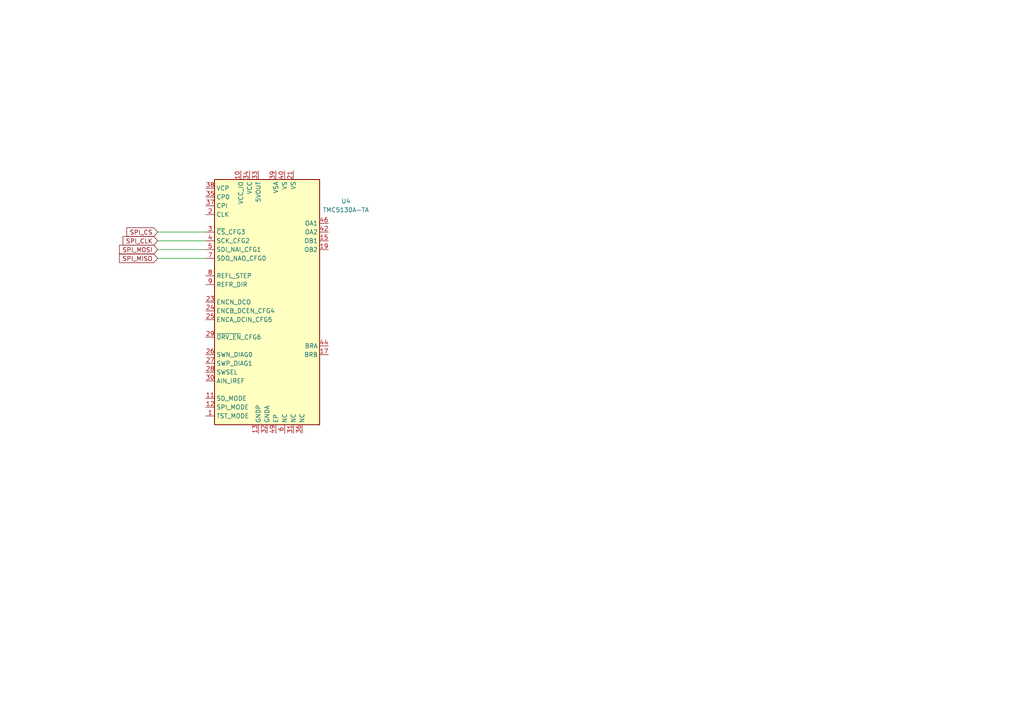
<source format=kicad_sch>
(kicad_sch (version 20250114) (generator "eeschema") (generator_version "9.0")
  (paper "A4")
  (lib_symbols
    (symbol "Driver_Motor:TMC5130A-TA"
      (property "Reference" "U" (at -11.43 38.1 0))
      (property "Value" "TMC5130A-TA" (at 11.43 38.1 0))
      (symbol "TMC5130A-TA_0_1"
        (rectangle (start -15.24 35.56) (end 15.24 -35.56) (stroke (width 0.254)) (fill (type background)))
      )
      (symbol "TMC5130A-TA_1_1"
        (pin passive line (at -17.78 33.02 0) (length 2.54) (name "VCP") (number "38"))
        (pin passive line (at -17.78 30.48 0) (length 2.54) (name "CP0") (number "35"))
        (pin passive line (at -17.78 27.94 0) (length 2.54) (name "CPI") (number "37"))
        (pin input line (at -17.78 25.4 0) (length 2.54) (name "CLK") (number "2"))
        (pin input line (at -17.78 20.32 0) (length 2.54) (name "~{CS}_CFG3") (number "3"))
        (pin input line (at -17.78 17.78 0) (length 2.54) (name "SCK_CFG2") (number "4"))
        (pin input line (at -17.78 15.24 0) (length 2.54) (name "SDI_NAI_CFG1") (number "5"))
        (pin bidirectional line (at -17.78 12.7 0) (length 2.54) (name "SDO_NAO_CFG0") (number "7"))
        (pin input line (at -17.78 7.62 0) (length 2.54) (name "REFL_STEP") (number "8"))
        (pin input line (at -17.78 5.08 0) (length 2.54) (name "REFR_DIR") (number "9"))
        (pin bidirectional line (at -17.78 0 0) (length 2.54) (name "ENCN_DCO") (number "23"))
        (pin input line (at -17.78 -2.54 0) (length 2.54) (name "ENCB_DCEN_CFG4") (number "24"))
        (pin input line (at -17.78 -5.08 0) (length 2.54) (name "ENCA_DCIN_CFG5") (number "25"))
        (pin input line (at -17.78 -10.16 0) (length 2.54) (name "~{DRV_EN}_CFG6") (number "29"))
        (pin bidirectional line (at -17.78 -15.24 0) (length 2.54) (name "SWN_DIAG0") (number "26"))
        (pin bidirectional line (at -17.78 -17.78 0) (length 2.54) (name "SWP_DIAG1") (number "27"))
        (pin input line (at -17.78 -20.32 0) (length 2.54) (name "SWSEL") (number "28"))
        (pin input line (at -17.78 -22.86 0) (length 2.54) (name "AIN_IREF") (number "30"))
        (pin input line (at -17.78 -27.94 0) (length 2.54) (name "SD_MODE") (number "11"))
        (pin input line (at -17.78 -30.48 0) (length 2.54) (name "SPI_MODE") (number "12"))
        (pin input line (at -17.78 -33.02 0) (length 2.54) (name "TST_MODE") (number "1"))
        (pin power_in line (at -7.62 38.1 270) (length 2.54) (name "VCC_IO") (number "10"))
        (pin power_in line (at -5.08 38.1 270) (length 2.54) (name "VCC") (number "34"))
        (pin power_out line (at -2.54 38.1 270) (length 2.54) (name "5VOUT") (number "33"))
        (pin power_in line (at -2.54 -38.1 90) (length 2.54) (name "GNDP") (number "13"))
        (pin passive line (at -2.54 -38.1 90) (length 2.54) (hide yes) (name "GNDP") (number "48"))
        (pin power_in line (at 0 -38.1 90) (length 2.54) (name "GNDA") (number "32"))
        (pin power_in line (at 2.54 38.1 270) (length 2.54) (name "VSA") (number "39"))
        (pin power_in line (at 2.54 -38.1 90) (length 2.54) (name "EP") (number "49"))
        (pin power_in line (at 5.08 38.1 270) (length 2.54) (name "VS") (number "40"))
        (pin passive line (at 5.08 -38.1 90) (length 2.54) (name "NC") (number "6"))
        (pin power_in line (at 7.62 38.1 270) (length 2.54) (name "VS") (number "21"))
        (pin passive line (at 7.62 -38.1 90) (length 2.54) (name "NC") (number "31"))
        (pin passive line (at 10.16 -38.1 90) (length 2.54) (name "NC") (number "36"))
        (pin no_connect line (at 15.24 33.02 180) (length 2.54) (hide yes) (name "DNC") (number "41"))
        (pin no_connect line (at 15.24 30.48 180) (length 2.54) (hide yes) (name "DNC") (number "43"))
        (pin no_connect line (at 15.24 27.94 180) (length 2.54) (hide yes) (name "DNC") (number "45"))
        (pin no_connect line (at 15.24 25.4 180) (length 2.54) (hide yes) (name "DNC") (number "47"))
        (pin no_connect line (at 15.24 12.7 180) (length 2.54) (hide yes) (name "DNC") (number "14"))
        (pin no_connect line (at 15.24 10.16 180) (length 2.54) (hide yes) (name "DNC") (number "16"))
        (pin no_connect line (at 15.24 7.62 180) (length 2.54) (hide yes) (name "DNC") (number "18"))
        (pin no_connect line (at 15.24 5.08 180) (length 2.54) (hide yes) (name "DNC") (number "20"))
        (pin no_connect line (at 15.24 2.54 180) (length 2.54) (hide yes) (name "DNC") (number "22"))
        (pin output line (at 17.78 22.86 180) (length 2.54) (name "OA1") (number "46"))
        (pin output line (at 17.78 20.32 180) (length 2.54) (name "OA2") (number "42"))
        (pin output line (at 17.78 17.78 180) (length 2.54) (name "OB1") (number "15"))
        (pin output line (at 17.78 15.24 180) (length 2.54) (name "OB2") (number "19"))
        (pin passive line (at 17.78 -12.7 180) (length 2.54) (name "BRA") (number "44"))
        (pin passive line (at 17.78 -15.24 180) (length 2.54) (name "BRB") (number "17"))
      )
    )
  )
  (wire (pts (xy 45.72 74.93) (xy 59.69 74.93)))
  (wire (pts (xy 45.72 67.31) (xy 59.69 67.31)))
  (wire (pts (xy 45.72 69.85) (xy 59.69 69.85)))
  (wire (pts (xy 45.72 72.39) (xy 59.69 72.39)))
  (global_label "SPI_CLK" (shape input) (at 45.72 69.85 180) (property "Intersheetrefs" "${INTERSHEET_REFS}" (effects (hide yes))))
  (global_label "SPI_CS" (shape input) (at 45.72 67.31 180) (property "Intersheetrefs" "${INTERSHEET_REFS}" (effects (hide yes))))
  (global_label "SPI_MOSI" (shape input) (at 45.72 72.39 180) (property "Intersheetrefs" "${INTERSHEET_REFS}" (effects (hide yes))))
  (global_label "SPI_MISO" (shape input) (at 45.72 74.93 180) (property "Intersheetrefs" "${INTERSHEET_REFS}" (effects (hide yes))))
  (symbol (lib_id "Driver_Motor:TMC5130A-TA") (at 77.47 87.63 0) (unit 1)
    (property "Reference" "U2" (at 100.33 58.3498 0))
    (property "Value" "TMC5130A-TA" (at 100.33 60.8898 0))
    (property "Footprint" "Package_QFP:TQFP-48-1EP_7x7mm_P0.5mm_EP5x5mm_ThermalVias" (effects (hide yes)))
    (property "Datasheet" "https://www.trinamic.com/fileadmin/assets/Products/ICs_Documents/TMC5130_datasheet_Rev1.17.pdf" (effects (hide yes)))
    (property "Description" "Power Driver For Stepper Motors, 2.0A, 4.75-46V, TQFP-48" (effects (hide yes)))
    (instances (project "pnp32_mainboard" (path "" (reference "U4") (unit 1)) (path "" (reference "U3") (unit 1)) (path "" (reference "U2") (unit 1))))
  )
)
</source>
